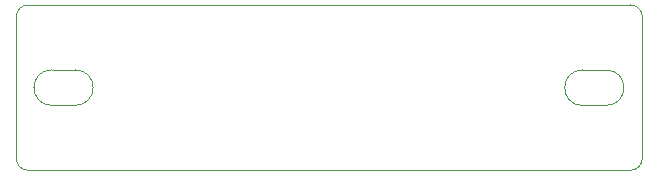
<source format=gbr>
G04 #@! TF.FileFunction,Profile,NP*
%FSLAX46Y46*%
G04 Gerber Fmt 4.6, Leading zero omitted, Abs format (unit mm)*
G04 Created by KiCad (PCBNEW 0.201509121501+6184~30~ubuntu14.04.1-product) date Tue 15 Sep 2015 06:43:39 CEST*
%MOMM*%
G01*
G04 APERTURE LIST*
%ADD10C,0.100000*%
G04 APERTURE END LIST*
D10*
X49401100Y10273600D02*
G75*
G03X49401100Y7273600I0J-1500000D01*
G01*
X49401100Y10273600D02*
X51401100Y10273600D01*
X51401100Y7273600D02*
G75*
G03X51401100Y10273600I0J1500000D01*
G01*
X49401100Y7273600D02*
X51401100Y7273600D01*
X4461100Y7283600D02*
X6461100Y7283600D01*
X6461100Y7283600D02*
G75*
G03X6461100Y10283600I0J1500000D01*
G01*
X4461100Y10283600D02*
X6461100Y10283600D01*
X4461100Y10283600D02*
G75*
G03X4461100Y7283600I0J-1500000D01*
G01*
X53461100Y1783600D02*
X2461100Y1783600D01*
X53461100Y1783600D02*
G75*
G03X54461100Y2783600I0J1000000D01*
G01*
X1461100Y2783600D02*
G75*
G03X2461100Y1783600I1000000J0D01*
G01*
X54461100Y14783600D02*
X54461100Y2783600D01*
X1461100Y2783600D02*
X1461100Y14783600D01*
X54461100Y14783600D02*
G75*
G03X53461100Y15783600I-1000000J0D01*
G01*
X2461100Y15783600D02*
G75*
G03X1461100Y14783600I0J-1000000D01*
G01*
X2461100Y15783600D02*
X53461100Y15783600D01*
M02*

</source>
